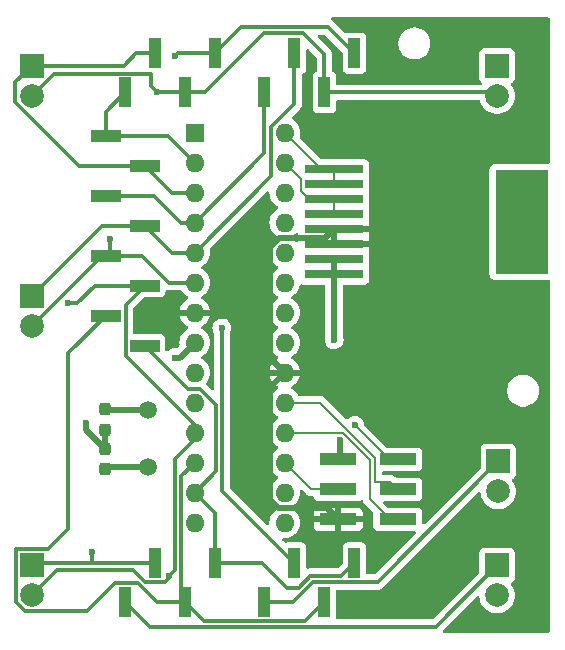
<source format=gbr>
%TF.GenerationSoftware,KiCad,Pcbnew,8.0.4*%
%TF.CreationDate,2024-07-18T22:26:43+02:00*%
%TF.ProjectId,circuit,63697263-7569-4742-9e6b-696361645f70,rev?*%
%TF.SameCoordinates,Original*%
%TF.FileFunction,Copper,L1,Top*%
%TF.FilePolarity,Positive*%
%FSLAX46Y46*%
G04 Gerber Fmt 4.6, Leading zero omitted, Abs format (unit mm)*
G04 Created by KiCad (PCBNEW 8.0.4) date 2024-07-18 22:26:43*
%MOMM*%
%LPD*%
G01*
G04 APERTURE LIST*
G04 Aperture macros list*
%AMRoundRect*
0 Rectangle with rounded corners*
0 $1 Rounding radius*
0 $2 $3 $4 $5 $6 $7 $8 $9 X,Y pos of 4 corners*
0 Add a 4 corners polygon primitive as box body*
4,1,4,$2,$3,$4,$5,$6,$7,$8,$9,$2,$3,0*
0 Add four circle primitives for the rounded corners*
1,1,$1+$1,$2,$3*
1,1,$1+$1,$4,$5*
1,1,$1+$1,$6,$7*
1,1,$1+$1,$8,$9*
0 Add four rect primitives between the rounded corners*
20,1,$1+$1,$2,$3,$4,$5,0*
20,1,$1+$1,$4,$5,$6,$7,0*
20,1,$1+$1,$6,$7,$8,$9,0*
20,1,$1+$1,$8,$9,$2,$3,0*%
G04 Aperture macros list end*
%TA.AperFunction,ComponentPad*%
%ADD10R,2.000000X2.000000*%
%TD*%
%TA.AperFunction,ComponentPad*%
%ADD11C,2.000000*%
%TD*%
%TA.AperFunction,SMDPad,CuDef*%
%ADD12RoundRect,0.237500X0.237500X-0.300000X0.237500X0.300000X-0.237500X0.300000X-0.237500X-0.300000X0*%
%TD*%
%TA.AperFunction,SMDPad,CuDef*%
%ADD13R,2.510000X1.000000*%
%TD*%
%TA.AperFunction,SMDPad,CuDef*%
%ADD14RoundRect,0.237500X-0.237500X0.300000X-0.237500X-0.300000X0.237500X-0.300000X0.237500X0.300000X0*%
%TD*%
%TA.AperFunction,SMDPad,CuDef*%
%ADD15R,4.500000X8.800000*%
%TD*%
%TA.AperFunction,SMDPad,CuDef*%
%ADD16R,5.000000X0.760000*%
%TD*%
%TA.AperFunction,ComponentPad*%
%ADD17R,1.600000X1.600000*%
%TD*%
%TA.AperFunction,ComponentPad*%
%ADD18O,1.600000X1.600000*%
%TD*%
%TA.AperFunction,SMDPad,CuDef*%
%ADD19R,3.150000X1.000000*%
%TD*%
%TA.AperFunction,ComponentPad*%
%ADD20C,1.500000*%
%TD*%
%TA.AperFunction,SMDPad,CuDef*%
%ADD21R,1.000000X2.510000*%
%TD*%
%TA.AperFunction,ViaPad*%
%ADD22C,0.600000*%
%TD*%
%TA.AperFunction,Conductor*%
%ADD23C,0.300000*%
%TD*%
%TA.AperFunction,Conductor*%
%ADD24C,0.150000*%
%TD*%
%TA.AperFunction,Conductor*%
%ADD25C,0.500000*%
%TD*%
G04 APERTURE END LIST*
D10*
%TO.P,J1.1.3,1,Pin_1*%
%TO.N,/L1*%
X246800000Y-92100000D03*
D11*
%TO.P,J1.1.3,2,Pin_2*%
%TO.N,/R2*%
X246800000Y-94640000D03*
%TD*%
D10*
%TO.P,J1.1.1,1,Pin_1*%
%TO.N,/L1*%
X246800000Y-49800000D03*
D11*
%TO.P,J1.1.1,2,Pin_2*%
%TO.N,/R1*%
X246800000Y-52340000D03*
%TD*%
D12*
%TO.P,C2,1*%
%TO.N,/XTAL2*%
X213600000Y-83925000D03*
%TO.P,C2,2*%
%TO.N,GND*%
X213600000Y-82200000D03*
%TD*%
D13*
%TO.P,J1,1,Pin_1*%
%TO.N,/L1*%
X213645000Y-55710000D03*
%TO.P,J1,2,Pin_2*%
%TO.N,/L2*%
X216955000Y-58250000D03*
%TO.P,J1,3,Pin_3*%
%TO.N,/L3*%
X213645000Y-60790000D03*
%TO.P,J1,4,Pin_4*%
%TO.N,/L4*%
X216955000Y-63330000D03*
%TO.P,J1,5,Pin_5*%
%TO.N,/R1*%
X213645000Y-65870000D03*
%TO.P,J1,6,Pin_6*%
%TO.N,/R2*%
X216955000Y-68410000D03*
%TO.P,J1,7,Pin_7*%
%TO.N,/R3*%
X213645000Y-70950000D03*
%TO.P,J1,8,Pin_8*%
%TO.N,/R4*%
X216955000Y-73490000D03*
%TD*%
D10*
%TO.P,J1.1.2,1,Pin_1*%
%TO.N,/L2*%
X207400000Y-49800000D03*
D11*
%TO.P,J1.1.2,2,Pin_2*%
%TO.N,/R1*%
X207400000Y-52340000D03*
%TD*%
D14*
%TO.P,C1,1*%
%TO.N,/XTAL1*%
X213600000Y-78875000D03*
%TO.P,C1,2*%
%TO.N,GND*%
X213600000Y-80600000D03*
%TD*%
D15*
%TO.P,J4,L*%
%TO.N,N/C*%
X248900000Y-63000000D03*
D16*
%TO.P,J4,8*%
%TO.N,/SCL*%
X232970000Y-58555000D03*
%TO.P,J4,7*%
X232970000Y-59825000D03*
%TO.P,J4,6*%
%TO.N,/SDA*%
X232970000Y-61095000D03*
%TO.P,J4,5*%
X232970000Y-62365000D03*
%TO.P,J4,4*%
%TO.N,+5V*%
X232970000Y-63635000D03*
%TO.P,J4,3*%
X232970000Y-64905000D03*
%TO.P,J4,2*%
%TO.N,GND*%
X232970000Y-66175000D03*
%TO.P,J4,1*%
X232970000Y-67445000D03*
%TD*%
D10*
%TO.P,J1.2.2,1,Pin_1*%
%TO.N,/L4*%
X207400000Y-69300000D03*
D11*
%TO.P,J1.2.2,2,Pin_2*%
%TO.N,/R1*%
X207400000Y-71840000D03*
%TD*%
D17*
%TO.P,U1,1,~{RESET}/PC6*%
%TO.N,/RESET*%
X221200000Y-55460000D03*
D18*
%TO.P,U1,2,PD0*%
%TO.N,/L1*%
X221200000Y-58000000D03*
%TO.P,U1,3,PD1*%
%TO.N,/L2*%
X221200000Y-60540000D03*
%TO.P,U1,4,PD2*%
%TO.N,/L3*%
X221200000Y-63080000D03*
%TO.P,U1,5,PD3*%
%TO.N,/L4*%
X221200000Y-65620000D03*
%TO.P,U1,6,PD4*%
%TO.N,/R1*%
X221200000Y-68160000D03*
%TO.P,U1,7,VCC*%
%TO.N,+5V*%
X221200000Y-70700000D03*
%TO.P,U1,8,GND*%
%TO.N,GND*%
X221200000Y-73240000D03*
%TO.P,U1,9,XTAL1/PB6*%
%TO.N,/XTAL1*%
X221200000Y-75780000D03*
%TO.P,U1,10,XTAL2/PB7*%
%TO.N,/XTAL2*%
X221200000Y-78320000D03*
%TO.P,U1,11,PD5*%
%TO.N,/R2*%
X221200000Y-80860000D03*
%TO.P,U1,12,PD6*%
%TO.N,/R3*%
X221200000Y-83400000D03*
%TO.P,U1,13,PD7*%
%TO.N,/R4*%
X221200000Y-85940000D03*
%TO.P,U1,14,PB0*%
%TO.N,unconnected-(U1-PB0-Pad14)*%
X221200000Y-88480000D03*
%TO.P,U1,15,PB1*%
%TO.N,unconnected-(U1-PB1-Pad15)*%
X228820000Y-88480000D03*
%TO.P,U1,16,PB2*%
%TO.N,unconnected-(U1-PB2-Pad16)*%
X228820000Y-85940000D03*
%TO.P,U1,17,PB3*%
%TO.N,/MOSI*%
X228820000Y-83400000D03*
%TO.P,U1,18,PB4*%
%TO.N,/MISO*%
X228820000Y-80860000D03*
%TO.P,U1,19,PB5*%
%TO.N,/SCK*%
X228820000Y-78320000D03*
%TO.P,U1,20,AVCC*%
%TO.N,+5V*%
X228820000Y-75780000D03*
%TO.P,U1,21,AREF*%
%TO.N,unconnected-(U1-AREF-Pad21)*%
X228820000Y-73240000D03*
%TO.P,U1,22,GND*%
%TO.N,GND*%
X228820000Y-70700000D03*
%TO.P,U1,23,PC0*%
%TO.N,unconnected-(U1-PC0-Pad23)*%
X228820000Y-68160000D03*
%TO.P,U1,24,PC1*%
%TO.N,unconnected-(U1-PC1-Pad24)*%
X228820000Y-65620000D03*
%TO.P,U1,25,PC2*%
%TO.N,unconnected-(U1-PC2-Pad25)*%
X228820000Y-63080000D03*
%TO.P,U1,26,PC3*%
%TO.N,unconnected-(U1-PC3-Pad26)*%
X228820000Y-60540000D03*
%TO.P,U1,27,PC4*%
%TO.N,/SDA*%
X228820000Y-58000000D03*
%TO.P,U1,28,PC5*%
%TO.N,/SCL*%
X228820000Y-55460000D03*
%TD*%
D19*
%TO.P,J3,1,MISO*%
%TO.N,/MISO*%
X238400000Y-88200000D03*
%TO.P,J3,2,VCC*%
%TO.N,+5V*%
X233350000Y-88200000D03*
%TO.P,J3,3,SCK*%
%TO.N,/SCK*%
X238400000Y-85660000D03*
%TO.P,J3,4,MOSI*%
%TO.N,/MOSI*%
X233350000Y-85660000D03*
%TO.P,J3,5,~{RST}*%
%TO.N,/RESET*%
X238400000Y-83120000D03*
%TO.P,J3,6,GND*%
%TO.N,GND*%
X233350000Y-83120000D03*
%TD*%
D20*
%TO.P,Y1,1,1*%
%TO.N,/XTAL1*%
X217200000Y-78900000D03*
%TO.P,Y1,2,2*%
%TO.N,/XTAL2*%
X217200000Y-83800000D03*
%TD*%
D10*
%TO.P,J1.2.1,1,Pin_1*%
%TO.N,/L3*%
X246900000Y-83300000D03*
D11*
%TO.P,J1.2.1,2,Pin_2*%
%TO.N,/R1*%
X246900000Y-85840000D03*
%TD*%
D21*
%TO.P,J1.4,1,Pin_1*%
%TO.N,/L3*%
X227100000Y-95210000D03*
%TO.P,J1.4,2,Pin_2*%
%TO.N,/L4*%
X229640000Y-91900000D03*
%TO.P,J1.4,3,Pin_3*%
%TO.N,/R3*%
X232180000Y-95210000D03*
%TO.P,J1.4,4,Pin_4*%
%TO.N,/R4*%
X234720000Y-91900000D03*
%TD*%
D10*
%TO.P,J1.1.4,1,Pin_1*%
%TO.N,/L2*%
X207400000Y-92100000D03*
D11*
%TO.P,J1.1.4,2,Pin_2*%
%TO.N,/R2*%
X207400000Y-94640000D03*
%TD*%
D21*
%TO.P,J1.3,1,Pin_1*%
%TO.N,/L1*%
X215280000Y-95210000D03*
%TO.P,J1.3,2,Pin_2*%
%TO.N,/L2*%
X217820000Y-91900000D03*
%TO.P,J1.3,3,Pin_3*%
%TO.N,/R3*%
X220360000Y-95210000D03*
%TO.P,J1.3,4,Pin_4*%
%TO.N,/R4*%
X222900000Y-91900000D03*
%TD*%
%TO.P,J1.2,1,Pin_1*%
%TO.N,/L3*%
X227100000Y-52055000D03*
%TO.P,J1.2,2,Pin_2*%
%TO.N,/L4*%
X229640000Y-48745000D03*
%TO.P,J1.2,3,Pin_3*%
%TO.N,/R1*%
X232180000Y-52055000D03*
%TO.P,J1.2,4,Pin_4*%
%TO.N,/R2*%
X234720000Y-48745000D03*
%TD*%
%TO.P,J1.1,1,Pin_1*%
%TO.N,/L1*%
X215280000Y-52055000D03*
%TO.P,J1.1,2,Pin_2*%
%TO.N,/L2*%
X217820000Y-48745000D03*
%TO.P,J1.1,3,Pin_3*%
%TO.N,/R1*%
X220360000Y-52055000D03*
%TO.P,J1.1,4,Pin_4*%
%TO.N,/R2*%
X222900000Y-48745000D03*
%TD*%
D22*
%TO.N,/L4*%
X223500000Y-72000000D03*
%TO.N,/R2*%
X219500000Y-49000000D03*
X210500000Y-69900000D03*
%TO.N,/R1*%
X214000000Y-64500000D03*
X218000000Y-52000000D03*
%TO.N,/L2*%
X212500000Y-91000000D03*
%TO.N,GND*%
X233488413Y-81446587D03*
X212000000Y-80000000D03*
X219500000Y-74500000D03*
X233000000Y-73000000D03*
%TO.N,/R2*%
X219000000Y-93000000D03*
%TO.N,/RESET*%
X234750000Y-80250000D03*
%TD*%
D23*
%TO.N,/R2*%
X219000000Y-93175000D02*
X218670000Y-93505000D01*
X219000000Y-93000000D02*
X219000000Y-93175000D01*
X211249189Y-69900000D02*
X212739189Y-68410000D01*
X210500000Y-69900000D02*
X211249189Y-69900000D01*
X212739189Y-68410000D02*
X216955000Y-68410000D01*
%TO.N,/L4*%
X223500000Y-72000000D02*
X223500000Y-85760000D01*
X223500000Y-85760000D02*
X229640000Y-91900000D01*
%TO.N,/L3*%
X236695000Y-93505000D02*
X246900000Y-83300000D01*
X229492106Y-95210000D02*
X231197106Y-93505000D01*
X231197106Y-93505000D02*
X236695000Y-93505000D01*
X227100000Y-95210000D02*
X229492106Y-95210000D01*
%TO.N,/R4*%
X233620000Y-93000000D02*
X234720000Y-91900000D01*
X229995000Y-94000000D02*
X230995000Y-93000000D01*
X230995000Y-93000000D02*
X233620000Y-93000000D01*
X229000000Y-94000000D02*
X229995000Y-94000000D01*
X222900000Y-91900000D02*
X226900000Y-91900000D01*
X226900000Y-91900000D02*
X229000000Y-94000000D01*
%TO.N,/R2*%
X219755000Y-48745000D02*
X222900000Y-48745000D01*
X219500000Y-49000000D02*
X219755000Y-48745000D01*
%TO.N,/R1*%
X214000000Y-65515000D02*
X213645000Y-65870000D01*
X214000000Y-64500000D02*
X214000000Y-65515000D01*
X218000000Y-52000000D02*
X217500000Y-51500000D01*
X220360000Y-52055000D02*
X218055000Y-52055000D01*
X218055000Y-52055000D02*
X218000000Y-52000000D01*
X217500000Y-50450000D02*
X217500000Y-51500000D01*
X217500000Y-50450000D02*
X209290000Y-50450000D01*
%TO.N,/L2*%
X212500000Y-91900000D02*
X212500000Y-91000000D01*
X212500000Y-91900000D02*
X207600000Y-91900000D01*
X217820000Y-91900000D02*
X212500000Y-91900000D01*
D24*
%TO.N,/RESET*%
X237620000Y-83120000D02*
X238400000Y-83120000D01*
X234750000Y-80250000D02*
X237620000Y-83120000D01*
D25*
%TO.N,GND*%
X233488413Y-82981587D02*
X233350000Y-83120000D01*
X233488413Y-81446587D02*
X233488413Y-82981587D01*
X213600000Y-80600000D02*
X213600000Y-82200000D01*
X212000000Y-80600000D02*
X213600000Y-82200000D01*
X212000000Y-80000000D02*
X212000000Y-80600000D01*
X219940000Y-74500000D02*
X219500000Y-74500000D01*
X221200000Y-73240000D02*
X219940000Y-74500000D01*
X232970000Y-67445000D02*
X232970000Y-66175000D01*
X232970000Y-72970000D02*
X232970000Y-67445000D01*
X233000000Y-73000000D02*
X232970000Y-72970000D01*
%TO.N,+5V*%
X221200000Y-70700000D02*
X227370000Y-70700000D01*
X227370000Y-70700000D02*
X227570000Y-70500000D01*
X227570000Y-70500000D02*
X227570000Y-65102233D01*
X227570000Y-74530000D02*
X227570000Y-70500000D01*
X232970000Y-63635000D02*
X232970000Y-64905000D01*
X232235000Y-64370000D02*
X232970000Y-63635000D01*
X227570000Y-65102233D02*
X228302233Y-64370000D01*
X228302233Y-64370000D02*
X232235000Y-64370000D01*
X228820000Y-75780000D02*
X227570000Y-74530000D01*
X227570000Y-77030000D02*
X228820000Y-75780000D01*
X227570000Y-86570000D02*
X227570000Y-77030000D01*
X228230000Y-87230000D02*
X227570000Y-86570000D01*
X232380000Y-87230000D02*
X228230000Y-87230000D01*
X233350000Y-88200000D02*
X232380000Y-87230000D01*
D23*
%TO.N,/R3*%
X216362893Y-93605000D02*
X217967893Y-95210000D01*
X214430000Y-93605000D02*
X216362893Y-93605000D01*
X212045000Y-95990000D02*
X214430000Y-93605000D01*
X206840811Y-95990000D02*
X212045000Y-95990000D01*
X208750000Y-90750000D02*
X206050000Y-90750000D01*
X206050000Y-95199189D02*
X206840811Y-95990000D01*
X210500000Y-89000000D02*
X208750000Y-90750000D01*
X210500000Y-74095000D02*
X210500000Y-89000000D01*
X213645000Y-70950000D02*
X210500000Y-74095000D01*
X217967893Y-95210000D02*
X220360000Y-95210000D01*
X206050000Y-90750000D02*
X206050000Y-95199189D01*
%TO.N,/R2*%
X209540000Y-92500000D02*
X207400000Y-94640000D01*
X218670000Y-93505000D02*
X216970000Y-93505000D01*
X216970000Y-93505000D02*
X215965000Y-92500000D01*
X215965000Y-92500000D02*
X209540000Y-92500000D01*
X221200000Y-81355635D02*
X221200000Y-80860000D01*
X219000000Y-93000000D02*
X219500000Y-92500000D01*
X219500000Y-92500000D02*
X219500000Y-83055635D01*
X219500000Y-83055635D02*
X221200000Y-81355635D01*
%TO.N,/L1*%
X241585000Y-97315000D02*
X246800000Y-92100000D01*
X217385000Y-97315000D02*
X241585000Y-97315000D01*
X215280000Y-95210000D02*
X217385000Y-97315000D01*
%TO.N,/R4*%
X221676346Y-77170000D02*
X220670000Y-77170000D01*
X216990000Y-73490000D02*
X216955000Y-73490000D01*
X223000000Y-78493654D02*
X221676346Y-77170000D01*
X220670000Y-77170000D02*
X216990000Y-73490000D01*
X223000000Y-84140000D02*
X223000000Y-78493654D01*
X221200000Y-85940000D02*
X223000000Y-84140000D01*
%TO.N,/R2*%
X215350000Y-74340000D02*
X215350000Y-70015000D01*
X216510000Y-75500000D02*
X215350000Y-74340000D01*
X215350000Y-70015000D02*
X216955000Y-68410000D01*
X221200000Y-80200000D02*
X216510000Y-75510000D01*
X216510000Y-75510000D02*
X216510000Y-75500000D01*
X221200000Y-80860000D02*
X221200000Y-80200000D01*
%TO.N,/L2*%
X216255000Y-48745000D02*
X217820000Y-48745000D01*
X207400000Y-49800000D02*
X215200000Y-49800000D01*
X215200000Y-49800000D02*
X216255000Y-48745000D01*
%TO.N,/R1*%
X209290000Y-50450000D02*
X207400000Y-52340000D01*
%TO.N,/R2*%
X225145000Y-46500000D02*
X222900000Y-48745000D01*
X232475000Y-46500000D02*
X225145000Y-46500000D01*
X234720000Y-48745000D02*
X232475000Y-46500000D01*
%TO.N,/R1*%
X222045000Y-52055000D02*
X220360000Y-52055000D01*
X227100000Y-47000000D02*
X222045000Y-52055000D01*
X232180000Y-48830000D02*
X230350000Y-47000000D01*
X230350000Y-47000000D02*
X227100000Y-47000000D01*
X232180000Y-52055000D02*
X232180000Y-48830000D01*
%TO.N,/L2*%
X206000000Y-51200000D02*
X207400000Y-49800000D01*
X206000000Y-52849189D02*
X206000000Y-51200000D01*
X216955000Y-58250000D02*
X211400811Y-58250000D01*
X211400811Y-58250000D02*
X206000000Y-52849189D01*
%TO.N,/L4*%
X227670000Y-54983654D02*
X229640000Y-53013654D01*
X229640000Y-53013654D02*
X229640000Y-48745000D01*
X221200000Y-65620000D02*
X227670000Y-59150000D01*
X227670000Y-59150000D02*
X227670000Y-54983654D01*
%TO.N,/L3*%
X227100000Y-57180000D02*
X227100000Y-52055000D01*
X221200000Y-63080000D02*
X227100000Y-57180000D01*
D25*
%TO.N,/XTAL1*%
X213625000Y-78900000D02*
X213600000Y-78875000D01*
X217200000Y-78900000D02*
X213625000Y-78900000D01*
%TO.N,/XTAL2*%
X213725000Y-83800000D02*
X213600000Y-83925000D01*
X217200000Y-83800000D02*
X213725000Y-83800000D01*
D24*
%TO.N,/MOSI*%
X228820000Y-83400000D02*
X231080000Y-85660000D01*
X231080000Y-85660000D02*
X233350000Y-85660000D01*
%TO.N,/RESET*%
X237120000Y-83120000D02*
X238400000Y-83120000D01*
%TO.N,/SCK*%
X237740000Y-85000000D02*
X238400000Y-85660000D01*
X231820000Y-78320000D02*
X236500000Y-83000000D01*
X236500000Y-83000000D02*
X236500000Y-85000000D01*
X228820000Y-78320000D02*
X231820000Y-78320000D01*
X236500000Y-85000000D02*
X237740000Y-85000000D01*
%TO.N,/MISO*%
X236000000Y-86500000D02*
X237700000Y-88200000D01*
X236000000Y-83145000D02*
X236000000Y-86500000D01*
X237700000Y-88200000D02*
X238400000Y-88200000D01*
X228820000Y-80860000D02*
X233715000Y-80860000D01*
X233715000Y-80860000D02*
X236000000Y-83145000D01*
D23*
%TO.N,/L3*%
X220068630Y-63080000D02*
X217778630Y-60790000D01*
X221200000Y-63080000D02*
X220068630Y-63080000D01*
X217778630Y-60790000D02*
X213645000Y-60790000D01*
X221200000Y-63080000D02*
X221200000Y-62800000D01*
%TO.N,/L1*%
X213645000Y-53690000D02*
X215280000Y-52055000D01*
X218910000Y-55710000D02*
X213645000Y-55710000D01*
X213645000Y-55710000D02*
X213645000Y-53690000D01*
X221200000Y-58000000D02*
X218910000Y-55710000D01*
%TO.N,/L2*%
X219245000Y-60540000D02*
X216955000Y-58250000D01*
X221200000Y-60540000D02*
X219245000Y-60540000D01*
%TO.N,/R4*%
X222900000Y-87640000D02*
X222900000Y-91900000D01*
X221200000Y-85940000D02*
X222900000Y-87640000D01*
%TO.N,/R1*%
X216710000Y-65870000D02*
X213645000Y-65870000D01*
X219000000Y-68160000D02*
X216710000Y-65870000D01*
X232180000Y-52055000D02*
X246515000Y-52055000D01*
X213370000Y-65870000D02*
X207400000Y-71840000D01*
X213645000Y-65870000D02*
X213370000Y-65870000D01*
X246515000Y-52055000D02*
X246800000Y-52340000D01*
X221200000Y-68160000D02*
X219000000Y-68160000D01*
%TO.N,/R3*%
X221200000Y-83400000D02*
X220050000Y-84550000D01*
X220360000Y-95210000D02*
X221965000Y-96815000D01*
X220050000Y-84550000D02*
X220050000Y-94900000D01*
X221965000Y-96815000D02*
X230575000Y-96815000D01*
X220050000Y-94900000D02*
X220360000Y-95210000D01*
X230575000Y-96815000D02*
X232180000Y-95210000D01*
%TO.N,/L4*%
X216955000Y-63330000D02*
X213370000Y-63330000D01*
X221200000Y-65620000D02*
X219245000Y-65620000D01*
X213370000Y-63330000D02*
X207400000Y-69300000D01*
X219245000Y-65620000D02*
X216955000Y-63330000D01*
D24*
%TO.N,/SDA*%
X230195000Y-59375000D02*
X230195000Y-60440000D01*
X232970000Y-61095000D02*
X232970000Y-62365000D01*
X230850000Y-61095000D02*
X232970000Y-61095000D01*
X230195000Y-60440000D02*
X230850000Y-61095000D01*
X228820000Y-58000000D02*
X230195000Y-59375000D01*
%TO.N,/SCL*%
X231915000Y-58555000D02*
X232970000Y-58555000D01*
X232970000Y-58555000D02*
X232970000Y-59825000D01*
X228820000Y-55460000D02*
X231915000Y-58555000D01*
D23*
%TO.N,/L2*%
X207600000Y-91900000D02*
X207400000Y-92100000D01*
%TD*%
%TA.AperFunction,Conductor*%
%TO.N,+5V*%
G36*
X251192539Y-45720185D02*
G01*
X251238294Y-45772989D01*
X251249500Y-45824500D01*
X251249500Y-57975500D01*
X251229815Y-58042539D01*
X251177011Y-58088294D01*
X251125500Y-58099500D01*
X246602129Y-58099500D01*
X246602123Y-58099501D01*
X246542516Y-58105908D01*
X246407671Y-58156202D01*
X246407664Y-58156206D01*
X246292455Y-58242452D01*
X246292452Y-58242455D01*
X246206206Y-58357664D01*
X246206202Y-58357671D01*
X246155908Y-58492517D01*
X246149501Y-58552116D01*
X246149500Y-58552135D01*
X246149500Y-67447870D01*
X246149501Y-67447876D01*
X246155908Y-67507483D01*
X246206202Y-67642328D01*
X246206206Y-67642335D01*
X246292452Y-67757544D01*
X246292455Y-67757547D01*
X246407664Y-67843793D01*
X246407671Y-67843797D01*
X246542517Y-67894091D01*
X246542516Y-67894091D01*
X246549444Y-67894835D01*
X246602127Y-67900500D01*
X251125500Y-67900499D01*
X251192539Y-67920184D01*
X251238294Y-67972988D01*
X251249500Y-68024499D01*
X251249500Y-97675500D01*
X251229815Y-97742539D01*
X251177011Y-97788294D01*
X251125500Y-97799500D01*
X242319808Y-97799500D01*
X242252769Y-97779815D01*
X242207014Y-97727011D01*
X242197070Y-97657853D01*
X242226095Y-97594297D01*
X242232127Y-97587819D01*
X242926785Y-96893161D01*
X245096438Y-94723506D01*
X245157759Y-94690023D01*
X245227451Y-94695007D01*
X245283384Y-94736879D01*
X245307693Y-94800949D01*
X245314890Y-94887812D01*
X245314892Y-94887824D01*
X245375936Y-95128881D01*
X245475826Y-95356606D01*
X245611833Y-95564782D01*
X245611836Y-95564785D01*
X245780256Y-95747738D01*
X245976491Y-95900474D01*
X246195190Y-96018828D01*
X246430386Y-96099571D01*
X246675665Y-96140500D01*
X246924335Y-96140500D01*
X247169614Y-96099571D01*
X247404810Y-96018828D01*
X247623509Y-95900474D01*
X247819744Y-95747738D01*
X247988164Y-95564785D01*
X248124173Y-95356607D01*
X248224063Y-95128881D01*
X248285108Y-94887821D01*
X248285166Y-94887126D01*
X248305643Y-94640005D01*
X248305643Y-94639994D01*
X248285109Y-94392187D01*
X248285107Y-94392175D01*
X248224063Y-94151118D01*
X248140448Y-93960497D01*
X248124173Y-93923393D01*
X247993256Y-93723009D01*
X247973070Y-93656122D01*
X247992250Y-93588936D01*
X248037642Y-93546356D01*
X248042323Y-93543798D01*
X248042331Y-93543796D01*
X248157546Y-93457546D01*
X248243796Y-93342331D01*
X248294091Y-93207483D01*
X248300500Y-93147873D01*
X248300499Y-91052128D01*
X248294091Y-90992517D01*
X248243796Y-90857669D01*
X248243795Y-90857668D01*
X248243793Y-90857664D01*
X248157547Y-90742455D01*
X248157544Y-90742452D01*
X248042335Y-90656206D01*
X248042328Y-90656202D01*
X247907482Y-90605908D01*
X247907483Y-90605908D01*
X247847883Y-90599501D01*
X247847881Y-90599500D01*
X247847873Y-90599500D01*
X247847864Y-90599500D01*
X245752129Y-90599500D01*
X245752123Y-90599501D01*
X245692516Y-90605908D01*
X245557671Y-90656202D01*
X245557664Y-90656206D01*
X245442455Y-90742452D01*
X245442452Y-90742455D01*
X245356206Y-90857664D01*
X245356202Y-90857671D01*
X245305908Y-90992517D01*
X245301038Y-91037819D01*
X245299501Y-91052123D01*
X245299500Y-91052135D01*
X245299500Y-92629191D01*
X245279815Y-92696230D01*
X245263181Y-92716872D01*
X241351873Y-96628181D01*
X241290550Y-96661666D01*
X241264192Y-96664500D01*
X233302244Y-96664500D01*
X233235205Y-96644815D01*
X233189450Y-96592011D01*
X233178954Y-96527247D01*
X233180500Y-96512873D01*
X233180499Y-94279499D01*
X233200184Y-94212461D01*
X233252987Y-94166706D01*
X233304499Y-94155500D01*
X236759071Y-94155500D01*
X236849850Y-94137442D01*
X236884744Y-94130501D01*
X237003127Y-94081465D01*
X237029161Y-94064070D01*
X237029162Y-94064070D01*
X237094451Y-94020445D01*
X237109669Y-94010277D01*
X245196438Y-85923506D01*
X245257759Y-85890023D01*
X245327451Y-85895007D01*
X245383384Y-85936879D01*
X245407693Y-86000949D01*
X245414890Y-86087812D01*
X245414892Y-86087824D01*
X245475936Y-86328881D01*
X245575826Y-86556606D01*
X245711833Y-86764782D01*
X245744245Y-86799991D01*
X245880256Y-86947738D01*
X246076491Y-87100474D01*
X246131252Y-87130109D01*
X246280695Y-87210984D01*
X246295190Y-87218828D01*
X246530386Y-87299571D01*
X246775665Y-87340500D01*
X247024335Y-87340500D01*
X247269614Y-87299571D01*
X247504810Y-87218828D01*
X247723509Y-87100474D01*
X247919744Y-86947738D01*
X248088164Y-86764785D01*
X248224173Y-86556607D01*
X248324063Y-86328881D01*
X248385108Y-86087821D01*
X248391278Y-86013365D01*
X248405643Y-85840005D01*
X248405643Y-85839994D01*
X248385109Y-85592187D01*
X248385107Y-85592175D01*
X248324063Y-85351118D01*
X248224174Y-85123396D01*
X248224173Y-85123393D01*
X248093256Y-84923009D01*
X248073070Y-84856122D01*
X248092250Y-84788936D01*
X248137642Y-84746356D01*
X248142323Y-84743798D01*
X248142331Y-84743796D01*
X248257546Y-84657546D01*
X248343796Y-84542331D01*
X248394091Y-84407483D01*
X248400500Y-84347873D01*
X248400499Y-82252128D01*
X248394091Y-82192517D01*
X248388007Y-82176206D01*
X248343797Y-82057671D01*
X248343793Y-82057664D01*
X248257547Y-81942455D01*
X248257544Y-81942452D01*
X248142335Y-81856206D01*
X248142328Y-81856202D01*
X248007482Y-81805908D01*
X248007483Y-81805908D01*
X247947883Y-81799501D01*
X247947881Y-81799500D01*
X247947873Y-81799500D01*
X247947864Y-81799500D01*
X245852129Y-81799500D01*
X245852123Y-81799501D01*
X245792516Y-81805908D01*
X245657671Y-81856202D01*
X245657664Y-81856206D01*
X245542455Y-81942452D01*
X245542452Y-81942455D01*
X245456206Y-82057664D01*
X245456202Y-82057671D01*
X245405908Y-82192517D01*
X245399777Y-82249549D01*
X245399501Y-82252123D01*
X245399500Y-82252135D01*
X245399500Y-83829191D01*
X245379815Y-83896230D01*
X245363181Y-83916872D01*
X240687180Y-88592872D01*
X240625857Y-88626357D01*
X240556165Y-88621373D01*
X240500232Y-88579501D01*
X240475815Y-88514037D01*
X240475499Y-88505212D01*
X240475499Y-87652128D01*
X240469091Y-87592517D01*
X240427107Y-87479953D01*
X240418797Y-87457671D01*
X240418793Y-87457664D01*
X240332547Y-87342455D01*
X240332544Y-87342452D01*
X240217335Y-87256206D01*
X240217328Y-87256202D01*
X240082482Y-87205908D01*
X240082483Y-87205908D01*
X240022883Y-87199501D01*
X240022881Y-87199500D01*
X240022873Y-87199500D01*
X240022865Y-87199500D01*
X237564742Y-87199500D01*
X237497703Y-87179815D01*
X237477061Y-87163181D01*
X237186060Y-86872180D01*
X237152575Y-86810857D01*
X237157559Y-86741165D01*
X237199431Y-86685232D01*
X237264895Y-86660815D01*
X237273741Y-86660499D01*
X240022871Y-86660499D01*
X240022872Y-86660499D01*
X240082483Y-86654091D01*
X240217331Y-86603796D01*
X240332546Y-86517546D01*
X240418796Y-86402331D01*
X240469091Y-86267483D01*
X240475500Y-86207873D01*
X240475499Y-85112128D01*
X240469091Y-85052517D01*
X240463007Y-85036206D01*
X240418797Y-84917671D01*
X240418793Y-84917664D01*
X240332547Y-84802455D01*
X240332544Y-84802452D01*
X240217335Y-84716206D01*
X240217328Y-84716202D01*
X240082482Y-84665908D01*
X240082483Y-84665908D01*
X240022883Y-84659501D01*
X240022881Y-84659500D01*
X240022873Y-84659500D01*
X240022865Y-84659500D01*
X238264742Y-84659500D01*
X238197703Y-84639815D01*
X238177061Y-84623181D01*
X238093367Y-84539487D01*
X238093365Y-84539485D01*
X238027750Y-84501602D01*
X237962136Y-84463719D01*
X237888950Y-84444109D01*
X237815766Y-84424500D01*
X237815765Y-84424500D01*
X237199500Y-84424500D01*
X237132461Y-84404815D01*
X237086706Y-84352011D01*
X237075500Y-84300500D01*
X237075500Y-84244499D01*
X237095185Y-84177460D01*
X237147989Y-84131705D01*
X237199500Y-84120499D01*
X240022871Y-84120499D01*
X240022872Y-84120499D01*
X240082483Y-84114091D01*
X240217331Y-84063796D01*
X240332546Y-83977546D01*
X240418796Y-83862331D01*
X240469091Y-83727483D01*
X240475500Y-83667873D01*
X240475499Y-82572128D01*
X240469091Y-82512517D01*
X240463912Y-82498632D01*
X240418797Y-82377671D01*
X240418793Y-82377664D01*
X240332547Y-82262455D01*
X240332544Y-82262452D01*
X240217335Y-82176206D01*
X240217328Y-82176202D01*
X240082482Y-82125908D01*
X240082483Y-82125908D01*
X240022883Y-82119501D01*
X240022881Y-82119500D01*
X240022873Y-82119500D01*
X240022865Y-82119500D01*
X237484742Y-82119500D01*
X237417703Y-82099815D01*
X237397061Y-82083181D01*
X235585190Y-80271310D01*
X235551705Y-80209987D01*
X235549651Y-80197512D01*
X235535369Y-80070750D01*
X235535368Y-80070745D01*
X235504925Y-79983745D01*
X235475789Y-79900478D01*
X235450325Y-79859953D01*
X235402415Y-79783704D01*
X235379816Y-79747738D01*
X235252262Y-79620184D01*
X235205791Y-79590984D01*
X235099523Y-79524211D01*
X234929254Y-79464631D01*
X234929249Y-79464630D01*
X234750004Y-79444435D01*
X234749996Y-79444435D01*
X234570750Y-79464630D01*
X234570745Y-79464631D01*
X234400476Y-79524211D01*
X234247737Y-79620184D01*
X234247736Y-79620185D01*
X234178580Y-79689340D01*
X234117256Y-79722825D01*
X234047565Y-79717839D01*
X234003219Y-79689339D01*
X232173367Y-77859487D01*
X232173365Y-77859485D01*
X232092678Y-77812900D01*
X232042136Y-77783719D01*
X231968950Y-77764109D01*
X231895766Y-77744500D01*
X231895765Y-77744500D01*
X230065579Y-77744500D01*
X229998540Y-77724815D01*
X229953197Y-77672904D01*
X229950568Y-77667266D01*
X229845465Y-77517162D01*
X229820045Y-77480858D01*
X229659141Y-77319954D01*
X229478848Y-77193713D01*
X247649500Y-77193713D01*
X247649500Y-77406286D01*
X247672323Y-77550388D01*
X247682754Y-77616243D01*
X247746651Y-77812898D01*
X247748444Y-77818414D01*
X247844951Y-78007820D01*
X247969890Y-78179786D01*
X248120213Y-78330109D01*
X248292179Y-78455048D01*
X248292181Y-78455049D01*
X248292184Y-78455051D01*
X248481588Y-78551557D01*
X248683757Y-78617246D01*
X248893713Y-78650500D01*
X248893714Y-78650500D01*
X249106286Y-78650500D01*
X249106287Y-78650500D01*
X249316243Y-78617246D01*
X249518412Y-78551557D01*
X249707816Y-78455051D01*
X249749526Y-78424747D01*
X249879786Y-78330109D01*
X249879788Y-78330106D01*
X249879792Y-78330104D01*
X250030104Y-78179792D01*
X250030106Y-78179788D01*
X250030109Y-78179786D01*
X250155048Y-78007820D01*
X250155047Y-78007820D01*
X250155051Y-78007816D01*
X250251557Y-77818412D01*
X250317246Y-77616243D01*
X250350500Y-77406287D01*
X250350500Y-77193713D01*
X250317246Y-76983757D01*
X250251557Y-76781588D01*
X250155051Y-76592184D01*
X250155049Y-76592181D01*
X250155048Y-76592179D01*
X250030109Y-76420213D01*
X249879786Y-76269890D01*
X249707820Y-76144951D01*
X249518414Y-76048444D01*
X249518413Y-76048443D01*
X249518412Y-76048443D01*
X249316243Y-75982754D01*
X249316241Y-75982753D01*
X249316240Y-75982753D01*
X249154957Y-75957208D01*
X249106287Y-75949500D01*
X248893713Y-75949500D01*
X248845042Y-75957208D01*
X248683760Y-75982753D01*
X248481585Y-76048444D01*
X248292179Y-76144951D01*
X248120213Y-76269890D01*
X247969890Y-76420213D01*
X247844951Y-76592179D01*
X247748444Y-76781585D01*
X247682753Y-76983760D01*
X247649500Y-77193713D01*
X229478848Y-77193713D01*
X229472734Y-77189432D01*
X229472732Y-77189431D01*
X229461275Y-77184088D01*
X229414132Y-77162105D01*
X229361694Y-77115934D01*
X229342542Y-77048740D01*
X229362758Y-76981859D01*
X229414134Y-76937341D01*
X229472484Y-76910132D01*
X229658820Y-76779657D01*
X229819657Y-76618820D01*
X229950134Y-76432482D01*
X230046265Y-76226326D01*
X230046269Y-76226317D01*
X230098872Y-76030000D01*
X229135686Y-76030000D01*
X229140080Y-76025606D01*
X229192741Y-75934394D01*
X229220000Y-75832661D01*
X229220000Y-75727339D01*
X229192741Y-75625606D01*
X229140080Y-75534394D01*
X229135686Y-75530000D01*
X230098872Y-75530000D01*
X230098872Y-75529999D01*
X230046269Y-75333682D01*
X230046265Y-75333673D01*
X229950134Y-75127517D01*
X229819657Y-74941179D01*
X229658820Y-74780342D01*
X229472482Y-74649865D01*
X229414133Y-74622657D01*
X229361694Y-74576484D01*
X229342542Y-74509291D01*
X229362758Y-74442410D01*
X229414129Y-74397895D01*
X229472734Y-74370568D01*
X229659139Y-74240047D01*
X229820047Y-74079139D01*
X229950568Y-73892734D01*
X230046739Y-73686496D01*
X230105635Y-73466692D01*
X230125468Y-73240000D01*
X230120153Y-73179255D01*
X230105635Y-73013313D01*
X230105635Y-73013308D01*
X230052132Y-72813631D01*
X230046741Y-72793511D01*
X230046738Y-72793502D01*
X230033347Y-72764785D01*
X229950568Y-72587266D01*
X229820047Y-72400861D01*
X229820045Y-72400858D01*
X229659141Y-72239954D01*
X229472734Y-72109432D01*
X229472728Y-72109429D01*
X229414725Y-72082382D01*
X229362285Y-72036210D01*
X229343133Y-71969017D01*
X229363348Y-71902135D01*
X229414725Y-71857618D01*
X229415319Y-71857341D01*
X229472734Y-71830568D01*
X229659139Y-71700047D01*
X229820047Y-71539139D01*
X229950568Y-71352734D01*
X230046739Y-71146496D01*
X230105635Y-70926692D01*
X230125468Y-70700000D01*
X230105635Y-70473308D01*
X230046739Y-70253504D01*
X229950568Y-70047266D01*
X229820047Y-69860861D01*
X229820045Y-69860858D01*
X229659141Y-69699954D01*
X229472734Y-69569432D01*
X229472728Y-69569429D01*
X229414725Y-69542382D01*
X229362285Y-69496210D01*
X229343133Y-69429017D01*
X229363348Y-69362135D01*
X229414725Y-69317618D01*
X229472734Y-69290568D01*
X229659139Y-69160047D01*
X229820047Y-68999139D01*
X229950568Y-68812734D01*
X230046739Y-68606496D01*
X230105635Y-68386692D01*
X230105635Y-68386684D01*
X230106574Y-68381364D01*
X230108802Y-68381756D01*
X230130721Y-68325702D01*
X230187306Y-68284715D01*
X230257068Y-68280827D01*
X230272127Y-68285377D01*
X230362517Y-68319091D01*
X230422127Y-68325500D01*
X232095500Y-68325499D01*
X232162539Y-68345184D01*
X232208294Y-68397987D01*
X232219500Y-68449499D01*
X232219500Y-72785762D01*
X232214771Y-72813631D01*
X232216182Y-72813953D01*
X232214630Y-72820750D01*
X232194435Y-72999996D01*
X232194435Y-73000003D01*
X232214630Y-73179249D01*
X232214631Y-73179254D01*
X232274211Y-73349523D01*
X232346433Y-73464462D01*
X232370184Y-73502262D01*
X232497738Y-73629816D01*
X232563062Y-73670862D01*
X232632721Y-73714632D01*
X232650478Y-73725789D01*
X232758347Y-73763534D01*
X232820745Y-73785368D01*
X232820750Y-73785369D01*
X232999996Y-73805565D01*
X233000000Y-73805565D01*
X233000004Y-73805565D01*
X233179249Y-73785369D01*
X233179252Y-73785368D01*
X233179255Y-73785368D01*
X233349522Y-73725789D01*
X233502262Y-73629816D01*
X233629816Y-73502262D01*
X233725789Y-73349522D01*
X233785368Y-73179255D01*
X233785369Y-73179249D01*
X233805565Y-73000003D01*
X233805565Y-72999996D01*
X233785369Y-72820750D01*
X233785368Y-72820745D01*
X233727458Y-72655248D01*
X233720500Y-72614293D01*
X233720500Y-68449499D01*
X233740185Y-68382460D01*
X233792989Y-68336705D01*
X233844500Y-68325499D01*
X235517871Y-68325499D01*
X235517872Y-68325499D01*
X235577483Y-68319091D01*
X235712331Y-68268796D01*
X235827546Y-68182546D01*
X235913796Y-68067331D01*
X235964091Y-67932483D01*
X235970500Y-67872873D01*
X235970499Y-67017128D01*
X235964091Y-66957517D01*
X235925231Y-66853329D01*
X235920248Y-66783642D01*
X235925227Y-66766682D01*
X235964091Y-66662483D01*
X235970500Y-66602873D01*
X235970499Y-65747128D01*
X235964091Y-65687517D01*
X235924965Y-65582617D01*
X235919982Y-65512927D01*
X235924966Y-65495951D01*
X235963597Y-65392376D01*
X235963598Y-65392372D01*
X235969999Y-65332844D01*
X235970000Y-65332827D01*
X235970000Y-65155000D01*
X232844000Y-65155000D01*
X232776961Y-65135315D01*
X232731206Y-65082511D01*
X232720000Y-65031000D01*
X232720000Y-64655000D01*
X233220000Y-64655000D01*
X235970000Y-64655000D01*
X235970000Y-64477172D01*
X235969999Y-64477155D01*
X235963598Y-64417627D01*
X235963597Y-64417623D01*
X235924699Y-64313334D01*
X235919715Y-64243643D01*
X235924699Y-64226666D01*
X235963597Y-64122376D01*
X235963598Y-64122372D01*
X235969999Y-64062844D01*
X235970000Y-64062827D01*
X235970000Y-63885000D01*
X233220000Y-63885000D01*
X233220000Y-64655000D01*
X232720000Y-64655000D01*
X232720000Y-63509000D01*
X232739685Y-63441961D01*
X232792489Y-63396206D01*
X232844000Y-63385000D01*
X235970000Y-63385000D01*
X235970000Y-63207172D01*
X235969999Y-63207155D01*
X235963598Y-63147627D01*
X235963597Y-63147623D01*
X235924966Y-63044049D01*
X235919982Y-62974357D01*
X235924966Y-62957382D01*
X235963783Y-62853308D01*
X235964091Y-62852483D01*
X235970500Y-62792873D01*
X235970499Y-61937128D01*
X235964091Y-61877517D01*
X235925231Y-61773329D01*
X235920248Y-61703642D01*
X235925227Y-61686682D01*
X235964091Y-61582483D01*
X235970500Y-61522873D01*
X235970499Y-60667128D01*
X235964091Y-60607517D01*
X235925231Y-60503329D01*
X235920248Y-60433642D01*
X235925227Y-60416682D01*
X235964091Y-60312483D01*
X235970500Y-60252873D01*
X235970499Y-59397128D01*
X235964091Y-59337517D01*
X235925231Y-59233329D01*
X235920248Y-59163642D01*
X235925227Y-59146682D01*
X235964091Y-59042483D01*
X235970500Y-58982873D01*
X235970499Y-58127128D01*
X235964091Y-58067517D01*
X235913796Y-57932669D01*
X235913795Y-57932668D01*
X235913793Y-57932664D01*
X235827547Y-57817455D01*
X235827544Y-57817452D01*
X235712335Y-57731206D01*
X235712328Y-57731202D01*
X235577482Y-57680908D01*
X235577483Y-57680908D01*
X235517883Y-57674501D01*
X235517881Y-57674500D01*
X235517873Y-57674500D01*
X235517865Y-57674500D01*
X231899742Y-57674500D01*
X231832703Y-57654815D01*
X231812061Y-57638181D01*
X230104470Y-55930590D01*
X230070985Y-55869267D01*
X230072376Y-55810815D01*
X230105635Y-55686692D01*
X230125468Y-55460000D01*
X230105635Y-55233308D01*
X230046739Y-55013504D01*
X229950568Y-54807266D01*
X229820047Y-54620861D01*
X229820045Y-54620858D01*
X229659141Y-54459954D01*
X229472734Y-54329432D01*
X229468043Y-54326724D01*
X229469294Y-54324555D01*
X229424781Y-54285203D01*
X229405763Y-54217971D01*
X229426113Y-54151130D01*
X229442070Y-54131528D01*
X230145277Y-53428323D01*
X230216465Y-53321781D01*
X230235705Y-53275331D01*
X230265501Y-53203398D01*
X230290500Y-53077723D01*
X230290500Y-50564141D01*
X230310185Y-50497102D01*
X230362989Y-50451347D01*
X230371149Y-50447966D01*
X230382331Y-50443796D01*
X230384123Y-50442455D01*
X230445871Y-50396230D01*
X230497546Y-50357546D01*
X230583796Y-50242331D01*
X230634091Y-50107483D01*
X230640500Y-50047873D01*
X230640499Y-48509806D01*
X230660184Y-48442768D01*
X230712987Y-48397013D01*
X230782146Y-48387069D01*
X230845702Y-48416094D01*
X230852180Y-48422126D01*
X231493181Y-49063127D01*
X231526666Y-49124450D01*
X231529500Y-49150808D01*
X231529500Y-50235858D01*
X231509815Y-50302897D01*
X231457011Y-50348652D01*
X231448847Y-50352034D01*
X231437669Y-50356204D01*
X231437664Y-50356206D01*
X231322455Y-50442452D01*
X231322452Y-50442455D01*
X231236206Y-50557664D01*
X231236202Y-50557671D01*
X231185908Y-50692517D01*
X231179501Y-50752116D01*
X231179501Y-50752123D01*
X231179500Y-50752135D01*
X231179500Y-53357870D01*
X231179501Y-53357876D01*
X231185908Y-53417483D01*
X231236202Y-53552328D01*
X231236206Y-53552335D01*
X231322452Y-53667544D01*
X231322455Y-53667547D01*
X231437664Y-53753793D01*
X231437671Y-53753797D01*
X231572517Y-53804091D01*
X231572516Y-53804091D01*
X231579444Y-53804835D01*
X231632127Y-53810500D01*
X232727872Y-53810499D01*
X232787483Y-53804091D01*
X232922331Y-53753796D01*
X233037546Y-53667546D01*
X233123796Y-53552331D01*
X233174091Y-53417483D01*
X233180500Y-53357873D01*
X233180500Y-52829500D01*
X233200185Y-52762461D01*
X233252989Y-52716706D01*
X233304500Y-52705500D01*
X245248179Y-52705500D01*
X245315218Y-52725185D01*
X245360973Y-52777989D01*
X245368384Y-52799059D01*
X245375933Y-52828870D01*
X245375936Y-52828878D01*
X245475826Y-53056606D01*
X245611833Y-53264782D01*
X245611836Y-53264785D01*
X245780256Y-53447738D01*
X245976491Y-53600474D01*
X246195190Y-53718828D01*
X246430386Y-53799571D01*
X246675665Y-53840500D01*
X246924335Y-53840500D01*
X247169614Y-53799571D01*
X247404810Y-53718828D01*
X247623509Y-53600474D01*
X247819744Y-53447738D01*
X247988164Y-53264785D01*
X248124173Y-53056607D01*
X248224063Y-52828881D01*
X248285108Y-52587821D01*
X248285109Y-52587812D01*
X248305643Y-52340005D01*
X248305643Y-52339994D01*
X248285109Y-52092187D01*
X248285107Y-52092175D01*
X248224063Y-51851118D01*
X248124174Y-51623396D01*
X248124173Y-51623393D01*
X247993256Y-51423009D01*
X247973070Y-51356122D01*
X247992250Y-51288936D01*
X248037642Y-51246356D01*
X248042323Y-51243798D01*
X248042331Y-51243796D01*
X248157546Y-51157546D01*
X248243796Y-51042331D01*
X248294091Y-50907483D01*
X248300500Y-50847873D01*
X248300499Y-48752128D01*
X248294091Y-48692517D01*
X248283621Y-48664446D01*
X248243797Y-48557671D01*
X248243793Y-48557664D01*
X248157547Y-48442455D01*
X248157544Y-48442452D01*
X248042335Y-48356206D01*
X248042328Y-48356202D01*
X247907482Y-48305908D01*
X247907483Y-48305908D01*
X247847883Y-48299501D01*
X247847881Y-48299500D01*
X247847873Y-48299500D01*
X247847864Y-48299500D01*
X245752129Y-48299500D01*
X245752123Y-48299501D01*
X245692516Y-48305908D01*
X245557671Y-48356202D01*
X245557664Y-48356206D01*
X245442455Y-48442452D01*
X245442452Y-48442455D01*
X245356206Y-48557664D01*
X245356202Y-48557671D01*
X245305908Y-48692517D01*
X245299501Y-48752116D01*
X245299501Y-48752123D01*
X245299500Y-48752135D01*
X245299500Y-50847870D01*
X245299501Y-50847876D01*
X245305908Y-50907483D01*
X245356202Y-51042328D01*
X245356206Y-51042335D01*
X245442452Y-51157544D01*
X245442453Y-51157544D01*
X245442454Y-51157546D01*
X245463083Y-51172989D01*
X245474097Y-51181234D01*
X245515967Y-51237168D01*
X245520951Y-51306860D01*
X245487465Y-51368182D01*
X245426141Y-51401667D01*
X245399785Y-51404500D01*
X233304499Y-51404500D01*
X233237460Y-51384815D01*
X233191705Y-51332011D01*
X233180499Y-51280500D01*
X233180499Y-50752129D01*
X233180498Y-50752123D01*
X233180497Y-50752116D01*
X233174091Y-50692517D01*
X233155302Y-50642142D01*
X233123797Y-50557671D01*
X233123793Y-50557664D01*
X233037547Y-50442455D01*
X233037544Y-50442452D01*
X232922335Y-50356206D01*
X232922332Y-50356205D01*
X232922331Y-50356204D01*
X232911161Y-50352038D01*
X232855231Y-50310166D01*
X232830816Y-50244701D01*
X232830500Y-50235858D01*
X232830500Y-48765928D01*
X232805502Y-48640261D01*
X232805501Y-48640260D01*
X232805501Y-48640256D01*
X232756465Y-48521873D01*
X232715602Y-48460717D01*
X232715600Y-48460714D01*
X232685279Y-48415333D01*
X231632127Y-47362181D01*
X231598642Y-47300858D01*
X231603626Y-47231166D01*
X231645498Y-47175233D01*
X231710962Y-47150816D01*
X231719808Y-47150500D01*
X232154192Y-47150500D01*
X232221231Y-47170185D01*
X232241873Y-47186819D01*
X233683181Y-48628127D01*
X233716666Y-48689450D01*
X233719500Y-48715808D01*
X233719500Y-50047870D01*
X233719501Y-50047876D01*
X233725908Y-50107483D01*
X233776202Y-50242328D01*
X233776206Y-50242335D01*
X233862452Y-50357544D01*
X233862455Y-50357547D01*
X233977664Y-50443793D01*
X233977671Y-50443797D01*
X234112517Y-50494091D01*
X234112516Y-50494091D01*
X234119444Y-50494835D01*
X234172127Y-50500500D01*
X235267872Y-50500499D01*
X235327483Y-50494091D01*
X235462331Y-50443796D01*
X235577546Y-50357546D01*
X235663796Y-50242331D01*
X235714091Y-50107483D01*
X235720500Y-50047873D01*
X235720499Y-47793713D01*
X238449500Y-47793713D01*
X238449500Y-48006286D01*
X238482498Y-48214632D01*
X238482754Y-48216243D01*
X238528230Y-48356204D01*
X238548444Y-48418414D01*
X238644951Y-48607820D01*
X238769890Y-48779786D01*
X238920213Y-48930109D01*
X239092179Y-49055048D01*
X239092181Y-49055049D01*
X239092184Y-49055051D01*
X239281588Y-49151557D01*
X239483757Y-49217246D01*
X239693713Y-49250500D01*
X239693714Y-49250500D01*
X239906286Y-49250500D01*
X239906287Y-49250500D01*
X240116243Y-49217246D01*
X240318412Y-49151557D01*
X240507816Y-49055051D01*
X240598676Y-48989038D01*
X240679786Y-48930109D01*
X240679788Y-48930106D01*
X240679792Y-48930104D01*
X240830104Y-48779792D01*
X240830106Y-48779788D01*
X240830109Y-48779786D01*
X240955048Y-48607820D01*
X240955047Y-48607820D01*
X240955051Y-48607816D01*
X241051557Y-48418412D01*
X241117246Y-48216243D01*
X241150500Y-48006287D01*
X241150500Y-47793713D01*
X241117246Y-47583757D01*
X241051557Y-47381588D01*
X240955051Y-47192184D01*
X240955049Y-47192181D01*
X240955048Y-47192179D01*
X240830109Y-47020213D01*
X240679786Y-46869890D01*
X240507820Y-46744951D01*
X240318414Y-46648444D01*
X240318413Y-46648443D01*
X240318412Y-46648443D01*
X240116243Y-46582754D01*
X240116241Y-46582753D01*
X240116240Y-46582753D01*
X239954957Y-46557208D01*
X239906287Y-46549500D01*
X239693713Y-46549500D01*
X239645042Y-46557208D01*
X239483760Y-46582753D01*
X239281585Y-46648444D01*
X239092179Y-46744951D01*
X238920213Y-46869890D01*
X238769890Y-47020213D01*
X238644951Y-47192179D01*
X238548444Y-47381585D01*
X238482753Y-47583760D01*
X238449500Y-47793713D01*
X235720499Y-47793713D01*
X235720499Y-47442128D01*
X235714091Y-47382517D01*
X235713743Y-47381585D01*
X235663797Y-47247671D01*
X235663793Y-47247664D01*
X235577547Y-47132455D01*
X235577544Y-47132452D01*
X235462335Y-47046206D01*
X235462328Y-47046202D01*
X235327482Y-46995908D01*
X235327483Y-46995908D01*
X235267883Y-46989501D01*
X235267881Y-46989500D01*
X235267873Y-46989500D01*
X235267864Y-46989500D01*
X234172129Y-46989500D01*
X234172123Y-46989501D01*
X234112516Y-46995908D01*
X234025735Y-47028276D01*
X233956043Y-47033260D01*
X233894721Y-46999775D01*
X232889674Y-45994727D01*
X232889667Y-45994721D01*
X232789215Y-45927602D01*
X232744409Y-45873990D01*
X232735702Y-45804665D01*
X232765856Y-45741638D01*
X232825299Y-45704918D01*
X232858105Y-45700500D01*
X251125500Y-45700500D01*
X251192539Y-45720185D01*
G37*
%TD.AperFunction*%
%TA.AperFunction,Conductor*%
G36*
X230311084Y-85707166D02*
G01*
X230326039Y-85719919D01*
X230619485Y-86013365D01*
X230726635Y-86120515D01*
X230857865Y-86196281D01*
X231004234Y-86235500D01*
X231182885Y-86235500D01*
X231249924Y-86255185D01*
X231295679Y-86307989D01*
X231299067Y-86316167D01*
X231331202Y-86402328D01*
X231331206Y-86402335D01*
X231417452Y-86517544D01*
X231417455Y-86517547D01*
X231532664Y-86603793D01*
X231532671Y-86603797D01*
X231667517Y-86654091D01*
X231667516Y-86654091D01*
X231674444Y-86654835D01*
X231727127Y-86660500D01*
X234972872Y-86660499D01*
X235032483Y-86654091D01*
X235167331Y-86603796D01*
X235241123Y-86548555D01*
X235306585Y-86524138D01*
X235374858Y-86538989D01*
X235424264Y-86588394D01*
X235435208Y-86615729D01*
X235463719Y-86722136D01*
X235501602Y-86787750D01*
X235539485Y-86853365D01*
X235539487Y-86853367D01*
X236288181Y-87602061D01*
X236321666Y-87663384D01*
X236324500Y-87689742D01*
X236324500Y-88747870D01*
X236324501Y-88747876D01*
X236330908Y-88807483D01*
X236381202Y-88942328D01*
X236381206Y-88942335D01*
X236467452Y-89057544D01*
X236467455Y-89057547D01*
X236582664Y-89143793D01*
X236582671Y-89143797D01*
X236717517Y-89194091D01*
X236717516Y-89194091D01*
X236724444Y-89194835D01*
X236777127Y-89200500D01*
X239780191Y-89200499D01*
X239847230Y-89220184D01*
X239892985Y-89272988D01*
X239902929Y-89342146D01*
X239873904Y-89405702D01*
X239867872Y-89412180D01*
X236461873Y-92818181D01*
X236400550Y-92851666D01*
X236374192Y-92854500D01*
X235844500Y-92854500D01*
X235777461Y-92834815D01*
X235731706Y-92782011D01*
X235720500Y-92730500D01*
X235720499Y-90597129D01*
X235720498Y-90597123D01*
X235720497Y-90597116D01*
X235714091Y-90537517D01*
X235699254Y-90497738D01*
X235663797Y-90402671D01*
X235663793Y-90402664D01*
X235577547Y-90287455D01*
X235577544Y-90287452D01*
X235462335Y-90201206D01*
X235462328Y-90201202D01*
X235327482Y-90150908D01*
X235327483Y-90150908D01*
X235267883Y-90144501D01*
X235267881Y-90144500D01*
X235267873Y-90144500D01*
X235267864Y-90144500D01*
X234172129Y-90144500D01*
X234172123Y-90144501D01*
X234112516Y-90150908D01*
X233977671Y-90201202D01*
X233977664Y-90201206D01*
X233862455Y-90287452D01*
X233862452Y-90287455D01*
X233776206Y-90402664D01*
X233776202Y-90402671D01*
X233725908Y-90537517D01*
X233719501Y-90597116D01*
X233719501Y-90597123D01*
X233719500Y-90597135D01*
X233719500Y-91929191D01*
X233699815Y-91996230D01*
X233683181Y-92016872D01*
X233386873Y-92313181D01*
X233325550Y-92346666D01*
X233299192Y-92349500D01*
X230930929Y-92349500D01*
X230805261Y-92374497D01*
X230800497Y-92375943D01*
X230730630Y-92376568D01*
X230671516Y-92339321D01*
X230641924Y-92276027D01*
X230640499Y-92257283D01*
X230640499Y-90597129D01*
X230640498Y-90597123D01*
X230640497Y-90597116D01*
X230634091Y-90537517D01*
X230619254Y-90497738D01*
X230583797Y-90402671D01*
X230583793Y-90402664D01*
X230497547Y-90287455D01*
X230497544Y-90287452D01*
X230382335Y-90201206D01*
X230382328Y-90201202D01*
X230247482Y-90150908D01*
X230247483Y-90150908D01*
X230187883Y-90144501D01*
X230187881Y-90144500D01*
X230187873Y-90144500D01*
X230187864Y-90144500D01*
X229092129Y-90144500D01*
X229092123Y-90144501D01*
X229032516Y-90150908D01*
X228945735Y-90183276D01*
X228876043Y-90188260D01*
X228814721Y-90154775D01*
X228650401Y-89990455D01*
X228616916Y-89929132D01*
X228621900Y-89859440D01*
X228663772Y-89803507D01*
X228729236Y-89779090D01*
X228748881Y-89779245D01*
X228820000Y-89785468D01*
X228820000Y-89785467D01*
X228820001Y-89785468D01*
X228820002Y-89785468D01*
X228876673Y-89780509D01*
X229046692Y-89765635D01*
X229266496Y-89706739D01*
X229472734Y-89610568D01*
X229659139Y-89480047D01*
X229820047Y-89319139D01*
X229950568Y-89132734D01*
X230046739Y-88926496D01*
X230094608Y-88747844D01*
X231275000Y-88747844D01*
X231281401Y-88807372D01*
X231281403Y-88807379D01*
X231331645Y-88942086D01*
X231331649Y-88942093D01*
X231417809Y-89057187D01*
X231417812Y-89057190D01*
X231532906Y-89143350D01*
X231532913Y-89143354D01*
X231667620Y-89193596D01*
X231667627Y-89193598D01*
X231727155Y-89199999D01*
X231727172Y-89200000D01*
X233100000Y-89200000D01*
X233600000Y-89200000D01*
X234972828Y-89200000D01*
X234972844Y-89199999D01*
X235032372Y-89193598D01*
X235032379Y-89193596D01*
X235167086Y-89143354D01*
X235167093Y-89143350D01*
X235282187Y-89057190D01*
X235282190Y-89057187D01*
X235368350Y-88942093D01*
X235368354Y-88942086D01*
X235418596Y-88807379D01*
X235418598Y-88807372D01*
X235424999Y-88747844D01*
X235425000Y-88747827D01*
X235425000Y-88450000D01*
X233600000Y-88450000D01*
X233600000Y-89200000D01*
X233100000Y-89200000D01*
X233100000Y-88450000D01*
X231275000Y-88450000D01*
X231275000Y-88747844D01*
X230094608Y-88747844D01*
X230105635Y-88706692D01*
X230125468Y-88480000D01*
X230105635Y-88253308D01*
X230046739Y-88033504D01*
X229950568Y-87827266D01*
X229827955Y-87652155D01*
X231275000Y-87652155D01*
X231275000Y-87950000D01*
X233100000Y-87950000D01*
X233600000Y-87950000D01*
X235425000Y-87950000D01*
X235425000Y-87652172D01*
X235424999Y-87652155D01*
X235418598Y-87592627D01*
X235418596Y-87592620D01*
X235368354Y-87457913D01*
X235368350Y-87457906D01*
X235282190Y-87342812D01*
X235282187Y-87342809D01*
X235167093Y-87256649D01*
X235167086Y-87256645D01*
X235032379Y-87206403D01*
X235032372Y-87206401D01*
X234972844Y-87200000D01*
X233600000Y-87200000D01*
X233600000Y-87950000D01*
X233100000Y-87950000D01*
X233100000Y-87200000D01*
X231727155Y-87200000D01*
X231667627Y-87206401D01*
X231667620Y-87206403D01*
X231532913Y-87256645D01*
X231532906Y-87256649D01*
X231417812Y-87342809D01*
X231417809Y-87342812D01*
X231331649Y-87457906D01*
X231331645Y-87457913D01*
X231281403Y-87592620D01*
X231281401Y-87592627D01*
X231275000Y-87652155D01*
X229827955Y-87652155D01*
X229827936Y-87652128D01*
X229820045Y-87640858D01*
X229659141Y-87479954D01*
X229472734Y-87349432D01*
X229472728Y-87349429D01*
X229414725Y-87322382D01*
X229362285Y-87276210D01*
X229343133Y-87209017D01*
X229363348Y-87142135D01*
X229414725Y-87097618D01*
X229472734Y-87070568D01*
X229659139Y-86940047D01*
X229820047Y-86779139D01*
X229950568Y-86592734D01*
X230046739Y-86386496D01*
X230105635Y-86166692D01*
X230125468Y-85940000D01*
X230114830Y-85818407D01*
X230128597Y-85749907D01*
X230177212Y-85699724D01*
X230245240Y-85683791D01*
X230311084Y-85707166D01*
G37*
%TD.AperFunction*%
%TA.AperFunction,Conductor*%
G36*
X227434806Y-60407652D02*
G01*
X227490739Y-60449524D01*
X227515156Y-60514988D01*
X227515001Y-60534634D01*
X227514532Y-60539998D01*
X227514532Y-60540001D01*
X227534364Y-60766686D01*
X227534366Y-60766697D01*
X227593258Y-60986488D01*
X227593261Y-60986497D01*
X227689431Y-61192732D01*
X227689432Y-61192734D01*
X227819954Y-61379141D01*
X227980858Y-61540045D01*
X227980861Y-61540047D01*
X228167266Y-61670568D01*
X228225275Y-61697618D01*
X228277714Y-61743791D01*
X228296866Y-61810984D01*
X228276650Y-61877865D01*
X228225275Y-61922382D01*
X228167267Y-61949431D01*
X228167265Y-61949432D01*
X227980858Y-62079954D01*
X227819954Y-62240858D01*
X227689432Y-62427265D01*
X227689431Y-62427267D01*
X227593261Y-62633502D01*
X227593258Y-62633511D01*
X227534366Y-62853302D01*
X227534364Y-62853313D01*
X227514532Y-63079998D01*
X227514532Y-63080001D01*
X227534364Y-63306686D01*
X227534366Y-63306697D01*
X227593258Y-63526488D01*
X227593261Y-63526497D01*
X227689431Y-63732732D01*
X227689432Y-63732734D01*
X227819954Y-63919141D01*
X227980858Y-64080045D01*
X227980861Y-64080047D01*
X228167266Y-64210568D01*
X228225275Y-64237618D01*
X228277714Y-64283791D01*
X228296866Y-64350984D01*
X228276650Y-64417865D01*
X228225275Y-64462382D01*
X228167267Y-64489431D01*
X228167265Y-64489432D01*
X227980858Y-64619954D01*
X227819954Y-64780858D01*
X227689432Y-64967265D01*
X227689431Y-64967267D01*
X227593261Y-65173502D01*
X227593258Y-65173511D01*
X227534366Y-65393302D01*
X227534364Y-65393313D01*
X227514532Y-65619998D01*
X227514532Y-65620001D01*
X227534364Y-65846686D01*
X227534366Y-65846697D01*
X227593258Y-66066488D01*
X227593261Y-66066497D01*
X227689431Y-66272732D01*
X227689432Y-66272734D01*
X227819954Y-66459141D01*
X227980858Y-66620045D01*
X227980861Y-66620047D01*
X228167266Y-66750568D01*
X228225275Y-66777618D01*
X228277714Y-66823791D01*
X228296866Y-66890984D01*
X228276650Y-66957865D01*
X228225275Y-67002382D01*
X228167267Y-67029431D01*
X228167265Y-67029432D01*
X227980858Y-67159954D01*
X227819954Y-67320858D01*
X227689432Y-67507265D01*
X227689431Y-67507267D01*
X227593261Y-67713502D01*
X227593258Y-67713511D01*
X227534366Y-67933302D01*
X227534364Y-67933313D01*
X227514532Y-68159998D01*
X227514532Y-68160001D01*
X227534364Y-68386686D01*
X227534366Y-68386697D01*
X227593258Y-68606488D01*
X227593261Y-68606497D01*
X227689431Y-68812732D01*
X227689432Y-68812734D01*
X227819954Y-68999141D01*
X227980858Y-69160045D01*
X227980861Y-69160047D01*
X228167266Y-69290568D01*
X228225275Y-69317618D01*
X228277714Y-69363791D01*
X228296866Y-69430984D01*
X228276650Y-69497865D01*
X228225275Y-69542382D01*
X228167267Y-69569431D01*
X228167265Y-69569432D01*
X227980858Y-69699954D01*
X227819954Y-69860858D01*
X227689432Y-70047265D01*
X227689431Y-70047267D01*
X227593261Y-70253502D01*
X227593258Y-70253511D01*
X227534366Y-70473302D01*
X227534364Y-70473313D01*
X227514532Y-70699998D01*
X227514532Y-70700001D01*
X227534364Y-70926686D01*
X227534366Y-70926697D01*
X227593258Y-71146488D01*
X227593261Y-71146497D01*
X227689431Y-71352732D01*
X227689432Y-71352734D01*
X227819954Y-71539141D01*
X227980858Y-71700045D01*
X227980861Y-71700047D01*
X228167266Y-71830568D01*
X228187504Y-71840005D01*
X228225275Y-71857618D01*
X228277714Y-71903791D01*
X228296866Y-71970984D01*
X228276650Y-72037865D01*
X228225275Y-72082382D01*
X228167267Y-72109431D01*
X228167265Y-72109432D01*
X227980858Y-72239954D01*
X227819954Y-72400858D01*
X227689432Y-72587265D01*
X227689431Y-72587267D01*
X227593261Y-72793502D01*
X227593258Y-72793511D01*
X227534366Y-73013302D01*
X227534364Y-73013313D01*
X227514532Y-73239998D01*
X227514532Y-73240001D01*
X227534364Y-73466686D01*
X227534366Y-73466697D01*
X227593258Y-73686488D01*
X227593261Y-73686497D01*
X227689431Y-73892732D01*
X227689432Y-73892734D01*
X227819954Y-74079141D01*
X227980858Y-74240045D01*
X227980861Y-74240047D01*
X228167266Y-74370568D01*
X228225865Y-74397893D01*
X228278305Y-74444065D01*
X228297457Y-74511258D01*
X228277242Y-74578139D01*
X228225867Y-74622657D01*
X228167515Y-74649867D01*
X227981179Y-74780342D01*
X227820342Y-74941179D01*
X227689865Y-75127517D01*
X227593734Y-75333673D01*
X227593730Y-75333682D01*
X227541127Y-75529999D01*
X227541128Y-75530000D01*
X228504314Y-75530000D01*
X228499920Y-75534394D01*
X228447259Y-75625606D01*
X228420000Y-75727339D01*
X228420000Y-75832661D01*
X228447259Y-75934394D01*
X228499920Y-76025606D01*
X228504314Y-76030000D01*
X227541128Y-76030000D01*
X227593730Y-76226317D01*
X227593734Y-76226326D01*
X227689865Y-76432482D01*
X227820342Y-76618820D01*
X227981179Y-76779657D01*
X228167518Y-76910134D01*
X228167520Y-76910135D01*
X228225865Y-76937342D01*
X228278305Y-76983514D01*
X228297457Y-77050707D01*
X228277242Y-77117589D01*
X228225867Y-77162105D01*
X228167268Y-77189431D01*
X228167264Y-77189433D01*
X227980858Y-77319954D01*
X227819954Y-77480858D01*
X227689432Y-77667265D01*
X227689431Y-77667267D01*
X227593261Y-77873502D01*
X227593258Y-77873511D01*
X227534366Y-78093302D01*
X227534364Y-78093313D01*
X227514532Y-78319998D01*
X227514532Y-78320001D01*
X227534364Y-78546686D01*
X227534366Y-78546697D01*
X227593258Y-78766488D01*
X227593261Y-78766497D01*
X227689431Y-78972732D01*
X227689432Y-78972734D01*
X227819954Y-79159141D01*
X227980858Y-79320045D01*
X227980861Y-79320047D01*
X228167266Y-79450568D01*
X228225275Y-79477618D01*
X228277714Y-79523791D01*
X228296866Y-79590984D01*
X228276650Y-79657865D01*
X228225275Y-79702381D01*
X228208272Y-79710310D01*
X228167267Y-79729431D01*
X228167265Y-79729432D01*
X227980858Y-79859954D01*
X227819954Y-80020858D01*
X227689432Y-80207265D01*
X227689431Y-80207267D01*
X227593261Y-80413502D01*
X227593258Y-80413511D01*
X227534366Y-80633302D01*
X227534364Y-80633313D01*
X227514532Y-80859998D01*
X227514532Y-80860001D01*
X227534364Y-81086686D01*
X227534366Y-81086697D01*
X227593258Y-81306488D01*
X227593261Y-81306497D01*
X227689431Y-81512732D01*
X227689432Y-81512734D01*
X227819954Y-81699141D01*
X227980858Y-81860045D01*
X227980861Y-81860047D01*
X228167266Y-81990568D01*
X228225275Y-82017618D01*
X228277714Y-82063791D01*
X228296866Y-82130984D01*
X228276650Y-82197865D01*
X228225275Y-82242382D01*
X228167267Y-82269431D01*
X228167265Y-82269432D01*
X227980858Y-82399954D01*
X227819954Y-82560858D01*
X227689432Y-82747265D01*
X227689431Y-82747267D01*
X227593261Y-82953502D01*
X227593258Y-82953511D01*
X227534366Y-83173302D01*
X227534364Y-83173313D01*
X227514532Y-83399998D01*
X227514532Y-83400001D01*
X227534364Y-83626686D01*
X227534366Y-83626697D01*
X227593258Y-83846488D01*
X227593261Y-83846497D01*
X227689431Y-84052732D01*
X227689432Y-84052734D01*
X227819954Y-84239141D01*
X227980858Y-84400045D01*
X227980861Y-84400047D01*
X228167266Y-84530568D01*
X228225275Y-84557618D01*
X228277714Y-84603791D01*
X228296866Y-84670984D01*
X228276650Y-84737865D01*
X228225275Y-84782382D01*
X228167267Y-84809431D01*
X228167265Y-84809432D01*
X227980858Y-84939954D01*
X227819954Y-85100858D01*
X227689432Y-85287265D01*
X227689431Y-85287267D01*
X227593261Y-85493502D01*
X227593258Y-85493511D01*
X227534366Y-85713302D01*
X227534364Y-85713313D01*
X227514532Y-85939996D01*
X227514532Y-85940001D01*
X227534364Y-86166686D01*
X227534366Y-86166697D01*
X227593258Y-86386488D01*
X227593261Y-86386497D01*
X227689431Y-86592732D01*
X227689432Y-86592734D01*
X227819954Y-86779141D01*
X227980858Y-86940045D01*
X227980861Y-86940047D01*
X228167266Y-87070568D01*
X228225275Y-87097618D01*
X228277714Y-87143791D01*
X228296866Y-87210984D01*
X228276650Y-87277865D01*
X228225275Y-87322382D01*
X228167267Y-87349431D01*
X228167265Y-87349432D01*
X227980858Y-87479954D01*
X227819954Y-87640858D01*
X227689432Y-87827265D01*
X227689431Y-87827267D01*
X227593261Y-88033502D01*
X227593258Y-88033511D01*
X227534366Y-88253302D01*
X227534364Y-88253313D01*
X227514532Y-88479998D01*
X227514532Y-88480002D01*
X227520753Y-88551110D01*
X227506986Y-88619610D01*
X227458371Y-88669793D01*
X227390342Y-88685726D01*
X227324499Y-88662350D01*
X227309544Y-88649598D01*
X224186819Y-85526873D01*
X224153334Y-85465550D01*
X224150500Y-85439192D01*
X224150500Y-72505067D01*
X224169507Y-72439094D01*
X224225788Y-72349524D01*
X224225789Y-72349522D01*
X224285368Y-72179255D01*
X224293235Y-72109432D01*
X224305565Y-72000003D01*
X224305565Y-71999996D01*
X224285369Y-71820750D01*
X224285368Y-71820745D01*
X224248001Y-71713957D01*
X224225789Y-71650478D01*
X224129816Y-71497738D01*
X224002262Y-71370184D01*
X223974491Y-71352734D01*
X223849523Y-71274211D01*
X223679254Y-71214631D01*
X223679249Y-71214630D01*
X223500004Y-71194435D01*
X223499996Y-71194435D01*
X223320750Y-71214630D01*
X223320745Y-71214631D01*
X223150476Y-71274211D01*
X222997737Y-71370184D01*
X222870184Y-71497737D01*
X222774211Y-71650476D01*
X222714631Y-71820745D01*
X222714630Y-71820750D01*
X222694435Y-71999996D01*
X222694435Y-72000003D01*
X222714630Y-72179249D01*
X222714631Y-72179254D01*
X222774211Y-72349524D01*
X222830493Y-72439094D01*
X222849500Y-72505067D01*
X222849500Y-77123846D01*
X222829815Y-77190885D01*
X222777011Y-77236640D01*
X222707853Y-77246584D01*
X222644297Y-77217559D01*
X222637819Y-77211527D01*
X222209847Y-76783555D01*
X222176362Y-76722232D01*
X222181346Y-76652540D01*
X222197861Y-76624217D01*
X222196942Y-76623574D01*
X222234586Y-76569810D01*
X222330568Y-76432734D01*
X222426739Y-76226496D01*
X222485635Y-76006692D01*
X222505468Y-75780000D01*
X222485635Y-75553308D01*
X222426739Y-75333504D01*
X222330568Y-75127266D01*
X222200047Y-74940861D01*
X222200045Y-74940858D01*
X222039141Y-74779954D01*
X221852734Y-74649432D01*
X221852728Y-74649429D01*
X221794725Y-74622382D01*
X221742285Y-74576210D01*
X221723133Y-74509017D01*
X221743348Y-74442135D01*
X221794725Y-74397618D01*
X221852734Y-74370568D01*
X222039139Y-74240047D01*
X222200047Y-74079139D01*
X222330568Y-73892734D01*
X222426739Y-73686496D01*
X222485635Y-73466692D01*
X222505468Y-73240000D01*
X222500153Y-73179255D01*
X222485635Y-73013313D01*
X222485635Y-73013308D01*
X222432132Y-72813631D01*
X222426741Y-72793511D01*
X222426738Y-72793502D01*
X222413347Y-72764785D01*
X222330568Y-72587266D01*
X222200047Y-72400861D01*
X222200045Y-72400858D01*
X222039141Y-72239954D01*
X221852734Y-72109432D01*
X221852732Y-72109431D01*
X221841275Y-72104088D01*
X221794132Y-72082105D01*
X221741694Y-72035934D01*
X221722542Y-71968740D01*
X221742758Y-71901859D01*
X221794134Y-71857341D01*
X221852484Y-71830132D01*
X222038820Y-71699657D01*
X222199657Y-71538820D01*
X222330134Y-71352482D01*
X222426265Y-71146326D01*
X222426269Y-71146317D01*
X222478872Y-70950000D01*
X221515686Y-70950000D01*
X221520080Y-70945606D01*
X221572741Y-70854394D01*
X221600000Y-70752661D01*
X221600000Y-70647339D01*
X221572741Y-70545606D01*
X221520080Y-70454394D01*
X221515686Y-70450000D01*
X222478872Y-70450000D01*
X222478872Y-70449999D01*
X222426269Y-70253682D01*
X222426265Y-70253673D01*
X222330134Y-70047517D01*
X222199657Y-69861179D01*
X222038820Y-69700342D01*
X221852482Y-69569865D01*
X221794133Y-69542657D01*
X221741694Y-69496484D01*
X221722542Y-69429291D01*
X221742758Y-69362410D01*
X221794129Y-69317895D01*
X221852734Y-69290568D01*
X222039139Y-69160047D01*
X222200047Y-68999139D01*
X222330568Y-68812734D01*
X222426739Y-68606496D01*
X222485635Y-68386692D01*
X222503495Y-68182547D01*
X222505468Y-68160001D01*
X222505468Y-68159998D01*
X222497361Y-68067335D01*
X222485635Y-67933308D01*
X222426739Y-67713504D01*
X222330568Y-67507266D01*
X222200047Y-67320861D01*
X222200045Y-67320858D01*
X222039141Y-67159954D01*
X221852734Y-67029432D01*
X221852728Y-67029429D01*
X221794725Y-67002382D01*
X221742285Y-66956210D01*
X221723133Y-66889017D01*
X221743348Y-66822135D01*
X221794725Y-66777618D01*
X221852734Y-66750568D01*
X222039139Y-66620047D01*
X222200047Y-66459139D01*
X222330568Y-66272734D01*
X222426739Y-66066496D01*
X222485635Y-65846692D01*
X222505468Y-65620000D01*
X222502197Y-65582618D01*
X222494615Y-65495951D01*
X222485635Y-65393308D01*
X222474790Y-65352834D01*
X222476453Y-65282984D01*
X222506882Y-65233062D01*
X227303793Y-60436151D01*
X227365114Y-60402668D01*
X227434806Y-60407652D01*
G37*
%TD.AperFunction*%
%TA.AperFunction,Conductor*%
G36*
X218858691Y-68795136D02*
G01*
X218935928Y-68810500D01*
X218935931Y-68810500D01*
X220003317Y-68810500D01*
X220070356Y-68830185D01*
X220104892Y-68863377D01*
X220199954Y-68999141D01*
X220360858Y-69160045D01*
X220360861Y-69160047D01*
X220547266Y-69290568D01*
X220605865Y-69317893D01*
X220658305Y-69364065D01*
X220677457Y-69431258D01*
X220657242Y-69498139D01*
X220605867Y-69542657D01*
X220547515Y-69569867D01*
X220361179Y-69700342D01*
X220200342Y-69861179D01*
X220069865Y-70047517D01*
X219973734Y-70253673D01*
X219973730Y-70253682D01*
X219921127Y-70449999D01*
X219921128Y-70450000D01*
X220884314Y-70450000D01*
X220879920Y-70454394D01*
X220827259Y-70545606D01*
X220800000Y-70647339D01*
X220800000Y-70752661D01*
X220827259Y-70854394D01*
X220879920Y-70945606D01*
X220884314Y-70950000D01*
X219921128Y-70950000D01*
X219973730Y-71146317D01*
X219973734Y-71146326D01*
X220069865Y-71352482D01*
X220200342Y-71538820D01*
X220361179Y-71699657D01*
X220547518Y-71830134D01*
X220547520Y-71830135D01*
X220605865Y-71857342D01*
X220658305Y-71903514D01*
X220677457Y-71970707D01*
X220657242Y-72037589D01*
X220605867Y-72082105D01*
X220547268Y-72109431D01*
X220547264Y-72109433D01*
X220360858Y-72239954D01*
X220199954Y-72400858D01*
X220069432Y-72587265D01*
X220069431Y-72587267D01*
X219973261Y-72793502D01*
X219973258Y-72793511D01*
X219914366Y-73013302D01*
X219914364Y-73013313D01*
X219894532Y-73239998D01*
X219894532Y-73240003D01*
X219909129Y-73406861D01*
X219895362Y-73475360D01*
X219873282Y-73505348D01*
X219707768Y-73670862D01*
X219646445Y-73704347D01*
X219606203Y-73706401D01*
X219500003Y-73694435D01*
X219499996Y-73694435D01*
X219320750Y-73714630D01*
X219320745Y-73714631D01*
X219150476Y-73774211D01*
X218997739Y-73870183D01*
X218922180Y-73945742D01*
X218860856Y-73979226D01*
X218791165Y-73974241D01*
X218735231Y-73932370D01*
X218710815Y-73866905D01*
X218710499Y-73858083D01*
X218710499Y-72942128D01*
X218704091Y-72882517D01*
X218681053Y-72820750D01*
X218653797Y-72747671D01*
X218653793Y-72747664D01*
X218567547Y-72632455D01*
X218567544Y-72632452D01*
X218452335Y-72546206D01*
X218452328Y-72546202D01*
X218317482Y-72495908D01*
X218317483Y-72495908D01*
X218257883Y-72489501D01*
X218257881Y-72489500D01*
X218257873Y-72489500D01*
X218257865Y-72489500D01*
X216124500Y-72489500D01*
X216057461Y-72469815D01*
X216011706Y-72417011D01*
X216000500Y-72365500D01*
X216000500Y-70335807D01*
X216020185Y-70268768D01*
X216036815Y-70248130D01*
X216838127Y-69446817D01*
X216899450Y-69413333D01*
X216925808Y-69410499D01*
X218257871Y-69410499D01*
X218257872Y-69410499D01*
X218317483Y-69404091D01*
X218452331Y-69353796D01*
X218567546Y-69267546D01*
X218653796Y-69152331D01*
X218704091Y-69017483D01*
X218710500Y-68957873D01*
X218710499Y-68916753D01*
X218730182Y-68849716D01*
X218782985Y-68803960D01*
X218852143Y-68794015D01*
X218858691Y-68795136D01*
G37*
%TD.AperFunction*%
%TA.AperFunction,Conductor*%
G36*
X229889454Y-63952245D02*
G01*
X229945388Y-63994116D01*
X229969805Y-64059580D01*
X229969942Y-64061772D01*
X229969998Y-64062820D01*
X229976401Y-64122372D01*
X229976403Y-64122382D01*
X230015299Y-64226668D01*
X230020283Y-64296359D01*
X230015299Y-64313332D01*
X229976403Y-64417617D01*
X229976401Y-64417627D01*
X229970000Y-64477155D01*
X229970000Y-64631451D01*
X229950315Y-64698490D01*
X229897511Y-64744245D01*
X229828353Y-64754189D01*
X229764797Y-64725164D01*
X229758319Y-64719132D01*
X229659141Y-64619954D01*
X229472734Y-64489432D01*
X229472728Y-64489429D01*
X229414725Y-64462382D01*
X229362285Y-64416210D01*
X229343133Y-64349017D01*
X229363348Y-64282135D01*
X229414725Y-64237618D01*
X229472734Y-64210568D01*
X229659139Y-64080047D01*
X229758441Y-63980744D01*
X229819762Y-63947261D01*
X229889454Y-63952245D01*
G37*
%TD.AperFunction*%
%TD*%
M02*

</source>
